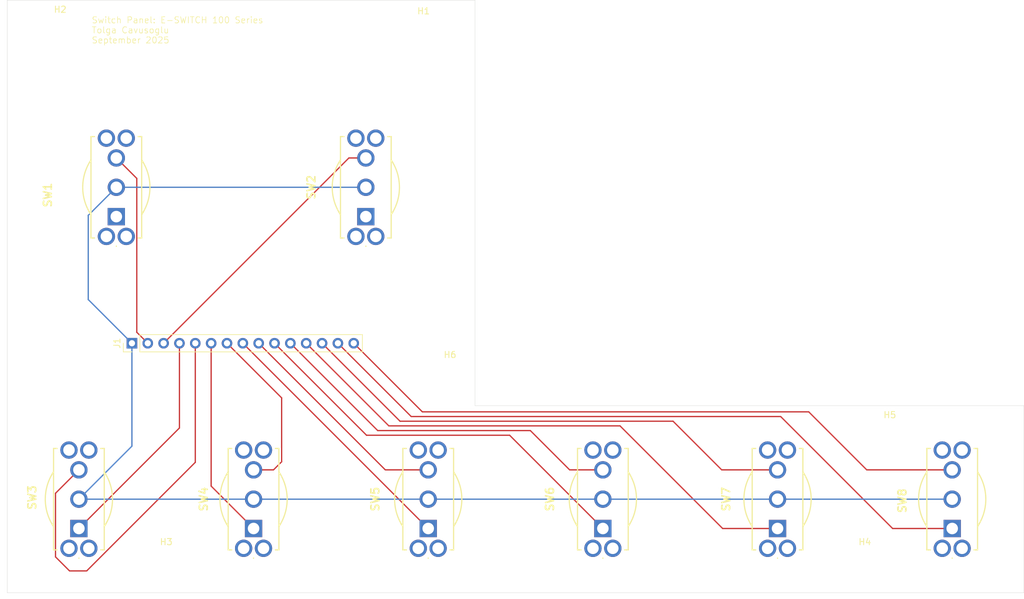
<source format=kicad_pcb>
(kicad_pcb (version 20241229) (generator "pcbnew") (generator_version "9.0")
  (layers (0 "F.Cu" signal) (2 "B.Cu" signal) (13 "F.Paste" user) (15 "B.Paste" user) (5 "F.SilkS" user "F.Silkscreen") (7 "B.SilkS" user "B.Silkscreen") (1 "F.Mask" user) (3 "B.Mask" user) (25 "Edge.Cuts" user))
  (net 0 "")
  (net 2 "Net-(J1-Pin_11)")
  (net 3 "Net-(J1-Pin_3)")
  (net 4 "Net-(J1-Pin_6)")
  (net 6 "+3.3V")
  (net 7 "Net-(J1-Pin_10)")
  (net 8 "Net-(J1-Pin_8)")
  (net 9 "Net-(J1-Pin_9)")
  (net 10 "Net-(J1-Pin_14)")
  (net 11 "Net-(J1-Pin_4)")
  (net 12 "Net-(J1-Pin_5)")
  (net 13 "Net-(J1-Pin_15)")
  (net 14 "Net-(J1-Pin_2)")
  (net 15 "Net-(J1-Pin_13)")
  (net 16 "Net-(J1-Pin_12)")
  (net 17 "Net-(J1-Pin_7)")
  (footprint "Control_Panel_Footprints:100SP4T8B13VS2REH" (layer "F.Cu") (at 117.5 134.7 90)
    (property "Reference" "SW5" (at 4.702167 -8.5 90) (layer "F.SilkS") (effects (font (size 1.27 1.27) (thickness 0.254))))
    (property "Value" "SW_SPDT" (hide yes))
    (fp_line (start 8.7 -4.3) (end 9.1 -4.065) (stroke (width 0.2)) (layer "F.SilkS"))
    (fp_line (start 0.7 -4.3) (end 0.7 -4.3) (stroke (width 0.2)) (layer "F.SilkS"))
    (fp_line (start 12.83 -4.065) (end 12.83 -3.5) (stroke (width 0.2)) (layer "F.SilkS"))
    (fp_line (start 0.3 -4.065) (end 0.7 -4.3) (stroke (width 0.2)) (layer "F.SilkS"))
    (fp_line (start -3.43 -4.065) (end 12.83 -4.065) (stroke (width 0.2)) (layer "F.SilkS"))
    (fp_line (start -3.43 -3.5) (end -3.43 -4.065) (stroke (width 0.2)) (layer "F.SilkS"))
    (fp_line (start -4.7 0) (end -4.7 0) (stroke (width 0.1)) (layer "F.SilkS"))
    (fp_line (start -4.8 0) (end -4.8 0) (stroke (width 0.1)) (layer "F.SilkS"))
    (fp_line (start -3.43 3.5) (end -3.43 4.065) (stroke (width 0.2)) (layer "F.SilkS"))
    (fp_line (start 12.83 4.065) (end 12.83 3.5) (stroke (width 0.2)) (layer "F.SilkS"))
    (fp_line (start 0.3 4.065) (end 0.7 4.3) (stroke (width 0.2)) (layer "F.SilkS"))
    (fp_line (start -3.43 4.065) (end 12.83 4.065) (stroke (width 0.2)) (layer "F.SilkS"))
    (fp_line (start 8.7 4.3) (end 9.1 4.065) (stroke (width 0.2)) (layer "F.SilkS"))
    (fp_line (start 0.7 4.3) (end 0.7 4.3) (stroke (width 0.2)) (layer "F.SilkS"))
    (fp_arc (start 0.7 -4.3) (mid 4.702167 -5.38806) (end 8.703737 -4.297803) (stroke (width 0.2)) (layer "F.SilkS"))
    (fp_arc (start -4.7 0) (mid -4.75 0.05) (end -4.8 0) (stroke (width 0.1)) (layer "F.SilkS"))
    (fp_arc (start -4.8 0) (mid -4.75 -0.05) (end -4.7 0) (stroke (width 0.1)) (layer "F.SilkS"))
    (fp_arc (start 8.703737 4.297803) (mid 4.702167 5.38806) (end 0.7 4.3) (stroke (width 0.2)) (layer "F.SilkS"))
    (pad "1" thru_hole rect (at 0 0 90) (size 2.775 2.775) (drill 1.85) (layers "*.Cu" "*.Mask") (net 8 "Net-(J1-Pin_8)"))
    (pad "2" thru_hole circle (at 4.7 0 90) (size 2.775 2.775) (drill 1.85) (layers "*.Cu" "*.Mask") (net 6 "+3.3V"))
    (pad "3" thru_hole circle (at 9.4 0 90) (size 2.775 2.775) (drill 1.85) (layers "*.Cu" "*.Mask") (net 9 "Net-(J1-Pin_9)"))
    (pad "4" thru_hole circle (at -3.175 -1.59 90) (size 2.775 2.775) (drill 1.85) (layers "*.Cu" "*.Mask"))
    (pad "5" thru_hole circle (at -3.175 1.59 90) (size 2.775 2.775) (drill 1.85) (layers "*.Cu" "*.Mask"))
    (pad "6" thru_hole circle (at 12.575 1.59 90) (size 2.775 2.775) (drill 1.85) (layers "*.Cu" "*.Mask"))
    (pad "7" thru_hole circle (at 12.575 -1.59 90) (size 2.775 2.775) (drill 1.85) (layers "*.Cu" "*.Mask"))
  )
  (footprint "Control_Panel_Footprints:100SP4T8B13VS2REH" (layer "F.Cu") (at 107.5 84.7 90)
    (property "Reference" "SW2" (at 4.7 -8.75 90) (layer "F.SilkS") (effects (font (size 1.27 1.27) (thickness 0.254))))
    (property "Value" "SW_SPDT" (hide yes))
    (fp_line (start 8.7 -4.3) (end 9.1 -4.065) (stroke (width 0.2)) (layer "F.SilkS"))
    (fp_line (start 0.7 -4.3) (end 0.7 -4.3) (stroke (width 0.2)) (layer "F.SilkS"))
    (fp_line (start 12.83 -4.065) (end 12.83 -3.5) (stroke (width 0.2)) (layer "F.SilkS"))
    (fp_line (start 0.3 -4.065) (end 0.7 -4.3) (stroke (width 0.2)) (layer "F.SilkS"))
    (fp_line (start -3.43 -4.065) (end 12.83 -4.065) (stroke (width 0.2)) (layer "F.SilkS"))
    (fp_line (start -3.43 -3.5) (end -3.43 -4.065) (stroke (width 0.2)) (layer "F.SilkS"))
    (fp_line (start -4.7 0) (end -4.7 0) (stroke (width 0.1)) (layer "F.SilkS"))
    (fp_line (start -4.8 0) (end -4.8 0) (stroke (width 0.1)) (layer "F.SilkS"))
    (fp_line (start -3.43 3.5) (end -3.43 4.065) (stroke (width 0.2)) (layer "F.SilkS"))
    (fp_line (start 12.83 4.065) (end 12.83 3.5) (stroke (width 0.2)) (layer "F.SilkS"))
    (fp_line (start 0.3 4.065) (end 0.7 4.3) (stroke (width 0.2)) (layer "F.SilkS"))
    (fp_line (start -3.43 4.065) (end 12.83 4.065) (stroke (width 0.2)) (layer "F.SilkS"))
    (fp_line (start 8.7 4.3) (end 9.1 4.065) (stroke (width 0.2)) (layer "F.SilkS"))
    (fp_line (start 0.7 4.3) (end 0.7 4.3) (stroke (width 0.2)) (layer "F.SilkS"))
    (fp_arc (start 0.7 -4.3) (mid 4.702167 -5.38806) (end 8.703737 -4.297803) (stroke (width 0.2)) (layer "F.SilkS"))
    (fp_arc (start -4.7 0) (mid -4.75 0.05) (end -4.8 0) (stroke (width 0.1)) (layer "F.SilkS"))
    (fp_arc (start -4.8 0) (mid -4.75 -0.05) (end -4.7 0) (stroke (width 0.1)) (layer "F.SilkS"))
    (fp_arc (start 8.703737 4.297803) (mid 4.702167 5.38806) (end 0.7 4.3) (stroke (width 0.2)) (layer "F.SilkS"))
    (pad "1" thru_hole rect (at 0 0 90) (size 2.775 2.775) (drill 1.85) (layers "*.Cu" "*.Mask"))
    (pad "2" thru_hole circle (at 4.7 0 90) (size 2.775 2.775) (drill 1.85) (layers "*.Cu" "*.Mask") (net 6 "+3.3V"))
    (pad "3" thru_hole circle (at 9.4 0 90) (size 2.775 2.775) (drill 1.85) (layers "*.Cu" "*.Mask") (net 3 "Net-(J1-Pin_3)"))
    (pad "4" thru_hole circle (at -3.175 -1.59 90) (size 2.775 2.775) (drill 1.85) (layers "*.Cu" "*.Mask"))
    (pad "5" thru_hole circle (at -3.175 1.59 90) (size 2.775 2.775) (drill 1.85) (layers "*.Cu" "*.Mask"))
    (pad "6" thru_hole circle (at 12.575 1.59 90) (size 2.775 2.775) (drill 1.85) (layers "*.Cu" "*.Mask"))
    (pad "7" thru_hole circle (at 12.575 -1.59 90) (size 2.775 2.775) (drill 1.85) (layers "*.Cu" "*.Mask"))
  )
  (footprint "Control_Panel_Footprints:100SP4T8B13VS2REH" (layer "F.Cu") (at 89.5 134.7 90)
    (property "Reference" "SW4" (at 4.702167 -8 90) (layer "F.SilkS") (effects (font (size 1.27 1.27) (thickness 0.254))))
    (property "Value" "SW_SPDT" (hide yes))
    (fp_line (start 8.7 -4.3) (end 9.1 -4.065) (stroke (width 0.2)) (layer "F.SilkS"))
    (fp_line (start 0.7 -4.3) (end 0.7 -4.3) (stroke (width 0.2)) (layer "F.SilkS"))
    (fp_line (start 12.83 -4.065) (end 12.83 -3.5) (stroke (width 0.2)) (layer "F.SilkS"))
    (fp_line (start 0.3 -4.065) (end 0.7 -4.3) (stroke (width 0.2)) (layer "F.SilkS"))
    (fp_line (start -3.43 -4.065) (end 12.83 -4.065) (stroke (width 0.2)) (layer "F.SilkS"))
    (fp_line (start -3.43 -3.5) (end -3.43 -4.065) (stroke (width 0.2)) (layer "F.SilkS"))
    (fp_line (start -4.7 0) (end -4.7 0) (stroke (width 0.1)) (layer "F.SilkS"))
    (fp_line (start -4.8 0) (end -4.8 0) (stroke (width 0.1)) (layer "F.SilkS"))
    (fp_line (start -3.43 3.5) (end -3.43 4.065) (stroke (width 0.2)) (layer "F.SilkS"))
    (fp_line (start 12.83 4.065) (end 12.83 3.5) (stroke (width 0.2)) (layer "F.SilkS"))
    (fp_line (start 0.3 4.065) (end 0.7 4.3) (stroke (width 0.2)) (layer "F.SilkS"))
    (fp_line (start -3.43 4.065) (end 12.83 4.065) (stroke (width 0.2)) (layer "F.SilkS"))
    (fp_line (start 8.7 4.3) (end 9.1 4.065) (stroke (width 0.2)) (layer "F.SilkS"))
    (fp_line (start 0.7 4.3) (end 0.7 4.3) (stroke (width 0.2)) (layer "F.SilkS"))
    (fp_arc (start 0.7 -4.3) (mid 4.702167 -5.38806) (end 8.703737 -4.297803) (stroke (width 0.2)) (layer "F.SilkS"))
    (fp_arc (start -4.7 0) (mid -4.75 0.05) (end -4.8 0) (stroke (width 0.1)) (layer "F.SilkS"))
    (fp_arc (start -4.8 0) (mid -4.75 -0.05) (end -4.7 0) (stroke (width 0.1)) (layer "F.SilkS"))
    (fp_arc (start 8.703737 4.297803) (mid 4.702167 5.38806) (end 0.7 4.3) (stroke (width 0.2)) (layer "F.SilkS"))
    (pad "1" thru_hole rect (at 0 0 90) (size 2.775 2.775) (drill 1.85) (layers "*.Cu" "*.Mask") (net 4 "Net-(J1-Pin_6)"))
    (pad "2" thru_hole circle (at 4.7 0 90) (size 2.775 2.775) (drill 1.85) (layers "*.Cu" "*.Mask") (net 6 "+3.3V"))
    (pad "3" thru_hole circle (at 9.4 0 90) (size 2.775 2.775) (drill 1.85) (layers "*.Cu" "*.Mask") (net 17 "Net-(J1-Pin_7)"))
    (pad "4" thru_hole circle (at -3.175 -1.59 90) (size 2.775 2.775) (drill 1.85) (layers "*.Cu" "*.Mask"))
    (pad "5" thru_hole circle (at -3.175 1.59 90) (size 2.775 2.775) (drill 1.85) (layers "*.Cu" "*.Mask"))
    (pad "6" thru_hole circle (at 12.575 1.59 90) (size 2.775 2.775) (drill 1.85) (layers "*.Cu" "*.Mask"))
    (pad "7" thru_hole circle (at 12.575 -1.59 90) (size 2.775 2.775) (drill 1.85) (layers "*.Cu" "*.Mask"))
  )
  (footprint "Control_Panel_Footprints:100SP4T8B13VS2REH" (layer "F.Cu") (at 173.5 134.7 90)
    (property "Reference" "SW7" (at 4.702167 -8.25 90) (layer "F.SilkS") (effects (font (size 1.27 1.27) (thickness 0.254))))
    (property "Value" "SW_SPDT" (hide yes))
    (fp_line (start 8.7 -4.3) (end 9.1 -4.065) (stroke (width 0.2)) (layer "F.SilkS"))
    (fp_line (start 0.7 -4.3) (end 0.7 -4.3) (stroke (width 0.2)) (layer "F.SilkS"))
    (fp_line (start 12.83 -4.065) (end 12.83 -3.5) (stroke (width 0.2)) (layer "F.SilkS"))
    (fp_line (start 0.3 -4.065) (end 0.7 -4.3) (stroke (width 0.2)) (layer "F.SilkS"))
    (fp_line (start -3.43 -4.065) (end 12.83 -4.065) (stroke (width 0.2)) (layer "F.SilkS"))
    (fp_line (start -3.43 -3.5) (end -3.43 -4.065) (stroke (width 0.2)) (layer "F.SilkS"))
    (fp_line (start -4.7 0) (end -4.7 0) (stroke (width 0.1)) (layer "F.SilkS"))
    (fp_line (start -4.8 0) (end -4.8 0) (stroke (width 0.1)) (layer "F.SilkS"))
    (fp_line (start -3.43 3.5) (end -3.43 4.065) (stroke (width 0.2)) (layer "F.SilkS"))
    (fp_line (start 12.83 4.065) (end 12.83 3.5) (stroke (width 0.2)) (layer "F.SilkS"))
    (fp_line (start 0.3 4.065) (end 0.7 4.3) (stroke (width 0.2)) (layer "F.SilkS"))
    (fp_line (start -3.43 4.065) (end 12.83 4.065) (stroke (width 0.2)) (layer "F.SilkS"))
    (fp_line (start 8.7 4.3) (end 9.1 4.065) (stroke (width 0.2)) (layer "F.SilkS"))
    (fp_line (start 0.7 4.3) (end 0.7 4.3) (stroke (width 0.2)) (layer "F.SilkS"))
    (fp_arc (start 0.7 -4.3) (mid 4.702167 -5.38806) (end 8.703737 -4.297803) (stroke (width 0.2)) (layer "F.SilkS"))
    (fp_arc (start -4.7 0) (mid -4.75 0.05) (end -4.8 0) (stroke (width 0.1)) (layer "F.SilkS"))
    (fp_arc (start -4.8 0) (mid -4.75 -0.05) (end -4.7 0) (stroke (width 0.1)) (layer "F.SilkS"))
    (fp_arc (start 8.703737 4.297803) (mid 4.702167 5.38806) (end 0.7 4.3) (stroke (width 0.2)) (layer "F.SilkS"))
    (pad "1" thru_hole rect (at 0 0 90) (size 2.775 2.775) (drill 1.85) (layers "*.Cu" "*.Mask") (net 16 "Net-(J1-Pin_12)"))
    (pad "2" thru_hole circle (at 4.7 0 90) (size 2.775 2.775) (drill 1.85) (layers "*.Cu" "*.Mask") (net 6 "+3.3V"))
    (pad "3" thru_hole circle (at 9.4 0 90) (size 2.775 2.775) (drill 1.85) (layers "*.Cu" "*.Mask") (net 15 "Net-(J1-Pin_13)"))
    (pad "4" thru_hole circle (at -3.175 -1.59 90) (size 2.775 2.775) (drill 1.85) (layers "*.Cu" "*.Mask"))
    (pad "5" thru_hole circle (at -3.175 1.59 90) (size 2.775 2.775) (drill 1.85) (layers "*.Cu" "*.Mask"))
    (pad "6" thru_hole circle (at 12.575 1.59 90) (size 2.775 2.775) (drill 1.85) (layers "*.Cu" "*.Mask"))
    (pad "7" thru_hole circle (at 12.575 -1.59 90) (size 2.775 2.775) (drill 1.85) (layers "*.Cu" "*.Mask"))
  )
  (footprint "Connector_PinHeader_2.54mm:PinHeader_1x15_P2.54mm_Vertical" (layer "F.Cu") (at 70 105 90)
    (property "Reference" "J1" (at 0 -2.38 90) (layer "F.SilkS"))
    (property "Value" "Conn_01x15")
    (fp_line (start -1.38 -1.38) (end 0 -1.38) (stroke (width 0.12)) (layer "F.SilkS"))
    (fp_line (start -1.38 0) (end -1.38 -1.38) (stroke (width 0.12)) (layer "F.SilkS"))
    (fp_line (start 1.38 1.27) (end 1.38 36.94) (stroke (width 0.12)) (layer "F.SilkS"))
    (fp_line (start -1.38 1.27) (end 1.38 1.27) (stroke (width 0.12)) (layer "F.SilkS"))
    (fp_line (start -1.38 1.27) (end -1.38 36.94) (stroke (width 0.12)) (layer "F.SilkS"))
    (fp_line (start -1.38 36.94) (end 1.38 36.94) (stroke (width 0.12)) (layer "F.SilkS"))
    (pad "1" thru_hole rect (at 0 0 90) (size 1.7 1.7) (drill 1) (layers "*.Cu" "*.Mask") (net 6 "+3.3V"))
    (pad "2" thru_hole circle (at 0 2.54 90) (size 1.7 1.7) (drill 1) (layers "*.Cu" "*.Mask") (net 14 "Net-(J1-Pin_2)"))
    (pad "3" thru_hole circle (at 0 5.08 90) (size 1.7 1.7) (drill 1) (layers "*.Cu" "*.Mask") (net 3 "Net-(J1-Pin_3)"))
    (pad "4" thru_hole circle (at 0 7.62 90) (size 1.7 1.7) (drill 1) (layers "*.Cu" "*.Mask") (net 11 "Net-(J1-Pin_4)"))
    (pad "5" thru_hole circle (at 0 10.16 90) (size 1.7 1.7) (drill 1) (layers "*.Cu" "*.Mask") (net 12 "Net-(J1-Pin_5)"))
    (pad "6" thru_hole circle (at 0 12.7 90) (size 1.7 1.7) (drill 1) (layers "*.Cu" "*.Mask") (net 4 "Net-(J1-Pin_6)"))
    (pad "7" thru_hole circle (at 0 15.24 90) (size 1.7 1.7) (drill 1) (layers "*.Cu" "*.Mask") (net 17 "Net-(J1-Pin_7)"))
    (pad "8" thru_hole circle (at 0 17.78 90) (size 1.7 1.7) (drill 1) (layers "*.Cu" "*.Mask") (net 8 "Net-(J1-Pin_8)"))
    (pad "9" thru_hole circle (at 0 20.32 90) (size 1.7 1.7) (drill 1) (layers "*.Cu" "*.Mask") (net 9 "Net-(J1-Pin_9)"))
    (pad "10" thru_hole circle (at 0 22.86 90) (size 1.7 1.7) (drill 1) (layers "*.Cu" "*.Mask") (net 7 "Net-(J1-Pin_10)"))
    (pad "11" thru_hole circle (at 0 25.4 90) (size 1.7 1.7) (drill 1) (layers "*.Cu" "*.Mask") (net 2 "Net-(J1-Pin_11)"))
    (pad "12" thru_hole circle (at 0 27.94 90) (size 1.7 1.7) (drill 1) (layers "*.Cu" "*.Mask") (net 16 "Net-(J1-Pin_12)"))
    (pad "13" thru_hole circle (at 0 30.48 90) (size 1.7 1.7) (drill 1) (layers "*.Cu" "*.Mask") (net 15 "Net-(J1-Pin_13)"))
    (pad "14" thru_hole circle (at 0 33.02 90) (size 1.7 1.7) (drill 1) (layers "*.Cu" "*.Mask") (net 10 "Net-(J1-Pin_14)"))
    (pad "15" thru_hole circle (at 0 35.56 90) (size 1.7 1.7) (drill 1) (layers "*.Cu" "*.Mask") (net 13 "Net-(J1-Pin_15)"))
  )
  (footprint "Control_Panel_Footprints:100SP4T8B13VS2REH" (layer "F.Cu") (at 145.5 134.7 90)
    (property "Reference" "SW6" (at 4.702167 -8.5 90) (layer "F.SilkS") (effects (font (size 1.27 1.27) (thickness 0.254))))
    (property "Value" "SW_SPDT" (hide yes))
    (fp_line (start 8.7 -4.3) (end 9.1 -4.065) (stroke (width 0.2)) (layer "F.SilkS"))
    (fp_line (start 0.7 -4.3) (end 0.7 -4.3) (stroke (width 0.2)) (layer "F.SilkS"))
    (fp_line (start 12.83 -4.065) (end 12.83 -3.5) (stroke (width 0.2)) (layer "F.SilkS"))
    (fp_line (start 0.3 -4.065) (end 0.7 -4.3) (stroke (width 0.2)) (layer "F.SilkS"))
    (fp_line (start -3.43 -4.065) (end 12.83 -4.065) (stroke (width 0.2)) (layer "F.SilkS"))
    (fp_line (start -3.43 -3.5) (end -3.43 -4.065) (stroke (width 0.2)) (layer "F.SilkS"))
    (fp_line (start -4.7 0) (end -4.7 0) (stroke (width 0.1)) (layer "F.SilkS"))
    (fp_line (start -4.8 0) (end -4.8 0) (stroke (width 0.1)) (layer "F.SilkS"))
    (fp_line (start -3.43 3.5) (end -3.43 4.065) (stroke (width 0.2)) (layer "F.SilkS"))
    (fp_line (start 12.83 4.065) (end 12.83 3.5) (stroke (width 0.2)) (layer "F.SilkS"))
    (fp_line (start 0.3 4.065) (end 0.7 4.3) (stroke (width 0.2)) (layer "F.SilkS"))
    (fp_line (start -3.43 4.065) (end 12.83 4.065) (stroke (width 0.2)) (layer "F.SilkS"))
    (fp_line (start 8.7 4.3) (end 9.1 4.065) (stroke (width 0.2)) (layer "F.SilkS"))
    (fp_line (start 0.7 4.3) (end 0.7 4.3) (stroke (width 0.2)) (layer "F.SilkS"))
    (fp_arc (start 0.7 -4.3) (mid 4.702167 -5.38806) (end 8.703737 -4.297803) (stroke (width 0.2)) (layer "F.SilkS"))
    (fp_arc (start -4.7 0) (mid -4.75 0.05) (end -4.8 0) (stroke (width 0.1)) (layer "F.SilkS"))
    (fp_arc (start -4.8 0) (mid -4.75 -0.05) (end -4.7 0) (stroke (width 0.1)) (layer "F.SilkS"))
    (fp_arc (start 8.703737 4.297803) (mid 4.702167 5.38806) (end 0.7 4.3) (stroke (width 0.2)) (layer "F.SilkS"))
    (pad "1" thru_hole rect (at 0 0 90) (size 2.775 2.775) (drill 1.85) (layers "*.Cu" "*.Mask") (net 7 "Net-(J1-Pin_10)"))
    (pad "2" thru_hole circle (at 4.7 0 90) (size 2.775 2.775) (drill 1.85) (layers "*.Cu" "*.Mask") (net 6 "+3.3V"))
    (pad "3" thru_hole circle (at 9.4 0 90) (size 2.775 2.775) (drill 1.85) (layers "*.Cu" "*.Mask") (net 2 "Net-(J1-Pin_11)"))
    (pad "4" thru_hole circle (at -3.175 -1.59 90) (size 2.775 2.775) (drill 1.85) (layers "*.Cu" "*.Mask"))
    (pad "5" thru_hole circle (at -3.175 1.59 90) (size 2.775 2.775) (drill 1.85) (layers "*.Cu" "*.Mask"))
    (pad "6" thru_hole circle (at 12.575 1.59 90) (size 2.775 2.775) (drill 1.85) (layers "*.Cu" "*.Mask"))
    (pad "7" thru_hole circle (at 12.575 -1.59 90) (size 2.775 2.775) (drill 1.85) (layers "*.Cu" "*.Mask"))
  )
  (footprint "MountingHole:MountingHole_3.2mm_M3" (layer "F.Cu") (at 187.5 141)
    (property "Reference" "H4" (at 0 -4.15 0) (layer "F.SilkS"))
    (property "Value" "MountingHole")
    (pad "" np_thru_hole circle (at 0 0) (size 3.2 3.2) (drill 3.2) (layers "*.Cu" "*.Mask"))
  )
  (footprint "MountingHole:MountingHole_3.2mm_M3" (layer "F.Cu") (at 75.5 141)
    (property "Reference" "H3" (at 0 -4.15 0) (layer "F.SilkS"))
    (property "Value" "MountingHole")
    (pad "" np_thru_hole circle (at 0 0) (size 3.2 3.2) (drill 3.2) (layers "*.Cu" "*.Mask"))
  )
  (footprint "MountingHole:MountingHole_3.2mm_M3" (layer "F.Cu") (at 121 111)
    (property "Reference" "H6" (at 0 -4.15 0) (layer "F.SilkS"))
    (property "Value" "MountingHole")
    (pad "" np_thru_hole circle (at 0 0) (size 3.2 3.2) (drill 3.2) (layers "*.Cu" "*.Mask"))
  )
  (footprint "Control_Panel_Footprints:100SP4T8B13VS2REH" (layer "F.Cu") (at 201.5 134.7 90)
    (property "Reference" "SW8" (at 4.45 -8 90) (layer "F.SilkS") (effects (font (size 1.27 1.27) (thickness 0.254))))
    (property "Value" "SW_SPDT" (hide yes))
    (fp_line (start 8.7 -4.3) (end 9.1 -4.065) (stroke (width 0.2)) (layer "F.SilkS"))
    (fp_line (start 0.7 -4.3) (end 0.7 -4.3) (stroke (width 0.2)) (layer "F.SilkS"))
    (fp_line (start 12.83 -4.065) (end 12.83 -3.5) (stroke (width 0.2)) (layer "F.SilkS"))
    (fp_line (start 0.3 -4.065) (end 0.7 -4.3) (stroke (width 0.2)) (layer "F.SilkS"))
    (fp_line (start -3.43 -4.065) (end 12.83 -4.065) (stroke (width 0.2)) (layer "F.SilkS"))
    (fp_line (start -3.43 -3.5) (end -3.43 -4.065) (stroke (width 0.2)) (layer "F.SilkS"))
    (fp_line (start -4.7 0) (end -4.7 0) (stroke (width 0.1)) (layer "F.SilkS"))
    (fp_line (start -4.8 0) (end -4.8 0) (stroke (width 0.1)) (layer "F.SilkS"))
    (fp_line (start -3.43 3.5) (end -3.43 4.065) (stroke (width 0.2)) (layer "F.SilkS"))
    (fp_line (start 12.83 4.065) (end 12.83 3.5) (stroke (width 0.2)) (layer "F.SilkS"))
    (fp_line (start 0.3 4.065) (end 0.7 4.3) (stroke (width 0.2)) (layer "F.SilkS"))
    (fp_line (start -3.43 4.065) (end 12.83 4.065) (stroke (width 0.2)) (layer "F.SilkS"))
    (fp_line (start 8.7 4.3) (end 9.1 4.065) (stroke (width 0.2)) (layer "F.SilkS"))
    (fp_line (start 0.7 4.3) (end 0.7 4.3) (stroke (width 0.2)) (layer "F.SilkS"))
    (fp_arc (start 0.7 -4.3) (mid 4.702167 -5.38806) (end 8.703737 -4.297803) (stroke (width 0.2)) (layer "F.SilkS"))
    (fp_arc (start -4.7 0) (mid -4.75 0.05) (end -4.8 0) (stroke (width 0.1)) (layer "F.SilkS"))
    (fp_arc (start -4.8 0) (mid -4.75 -0.05) (end -4.7 0) (stroke (width 0.1)) (layer "F.SilkS"))
    (fp_arc (start 8.703737 4.297803) (mid 4.702167 5.38806) (end 0.7 4.3) (stroke (width 0.2)) (layer "F.SilkS"))
    (pad "1" thru_hole rect (at 0 0 90) (size 2.775 2.775) (drill 1.85) (layers "*.Cu" "*.Mask") (net 10 "Net-(J1-Pin_14)"))
    (pad "2" thru_hole circle (at 4.7 0 90) (size 2.775 2.775) (drill 1.85) (layers "*.Cu" "*.Mask") (net 6 "+3.3V"))
    (pad "3" thru_hole circle (at 9.4 0 90) (size 2.775 2.775) (drill 1.85) (layers "*.Cu" "*.Mask") (net 13 "Net-(J1-Pin_15)"))
    (pad "4" thru_hole circle (at -3.175 -1.59 90) (size 2.775 2.775) (drill 1.85) (layers "*.Cu" "*.Mask"))
    (pad "5" thru_hole circle (at -3.175 1.59 90) (size 2.775 2.775) (drill 1.85) (layers "*.Cu" "*.Mask"))
    (pad "6" thru_hole circle (at 12.575 1.59 90) (size 2.775 2.775) (drill 1.85) (layers "*.Cu" "*.Mask"))
    (pad "7" thru_hole circle (at 12.575 -1.59 90) (size 2.775 2.775) (drill 1.85) (layers "*.Cu" "*.Mask"))
  )
  (footprint "MountingHole:MountingHole_3.2mm_M3" (layer "F.Cu") (at 54 54)
    (property "Reference" "H2" (at 4.5 -2.5 0) (layer "F.SilkS"))
    (property "Value" "MountingHole")
    (pad "" np_thru_hole circle (at 0 0) (size 3.2 3.2) (drill 3.2) (layers "*.Cu" "*.Mask"))
  )
  (footprint "Control_Panel_Footprints:100SP4T8B13VS2REH" (layer "F.Cu") (at 61.5 134.7 90)
    (property "Reference" "SW3" (at 4.95 -7.5 90) (layer "F.SilkS") (effects (font (size 1.27 1.27) (thickness 0.254))))
    (property "Value" "SW_SPDT" (hide yes))
    (fp_line (start 8.7 -4.3) (end 9.1 -4.065) (stroke (width 0.2)) (layer "F.SilkS"))
    (fp_line (start 0.7 -4.3) (end 0.7 -4.3) (stroke (width 0.2)) (layer "F.SilkS"))
    (fp_line (start 12.83 -4.065) (end 12.83 -3.5) (stroke (width 0.2)) (layer "F.SilkS"))
    (fp_line (start 0.3 -4.065) (end 0.7 -4.3) (stroke (width 0.2)) (layer "F.SilkS"))
    (fp_line (start -3.43 -4.065) (end 12.83 -4.065) (stroke (width 0.2)) (layer "F.SilkS"))
    (fp_line (start -3.43 -3.5) (end -3.43 -4.065) (stroke (width 0.2)) (layer "F.SilkS"))
    (fp_line (start -4.7 0) (end -4.7 0) (stroke (width 0.1)) (layer "F.SilkS"))
    (fp_line (start -4.8 0) (end -4.8 0) (stroke (width 0.1)) (layer "F.SilkS"))
    (fp_line (start -3.43 3.5) (end -3.43 4.065) (stroke (width 0.2)) (layer "F.SilkS"))
    (fp_line (start 12.83 4.065) (end 12.83 3.5) (stroke (width 0.2)) (layer "F.SilkS"))
    (fp_line (start 0.3 4.065) (end 0.7 4.3) (stroke (width 0.2)) (layer "F.SilkS"))
    (fp_line (start -3.43 4.065) (end 12.83 4.065) (stroke (width 0.2)) (layer "F.SilkS"))
    (fp_line (start 8.7 4.3) (end 9.1 4.065) (stroke (width 0.2)) (layer "F.SilkS"))
    (fp_line (start 0.7 4.3) (end 0.7 4.3) (stroke (width 0.2)) (layer "F.SilkS"))
    (fp_arc (start 0.7 -4.3) (mid 4.702167 -5.38806) (end 8.703737 -4.297803) (stroke (width 0.2)) (layer "F.SilkS"))
    (fp_arc (start -4.7 0) (mid -4.75 0.05) (end -4.8 0) (stroke (width 0.1)) (layer "F.SilkS"))
    (fp_arc (start -4.8 0) (mid -4.75 -0.05) (end -4.7 0) (stroke (width 0.1)) (layer "F.SilkS"))
    (fp_arc (start 8.703737 4.297803) (mid 4.702167 5.38806) (end 0.7 4.3) (stroke (width 0.2)) (layer "F.SilkS"))
    (pad "1" thru_hole rect (at 0 0 90) (size 2.775 2.775) (drill 1.85) (layers "*.Cu" "*.Mask") (net 11 "Net-(J1-Pin_4)"))
    (pad "2" thru_hole circle (at 4.7 0 90) (size 2.775 2.775) (drill 1.85) (layers "*.Cu" "*.Mask") (net 6 "+3.3V"))
    (pad "3" thru_hole circle (at 9.4 0 90) (size 2.775 2.775) (drill 1.85) (layers "*.Cu" "*.Mask") (net 12 "Net-(J1-Pin_5)"))
    (pad "4" thru_hole circle (at -3.175 -1.59 90) (size 2.775 2.775) (drill 1.85) (layers "*.Cu" "*.Mask"))
    (pad "5" thru_hole circle (at -3.175 1.59 90) (size 2.775 2.775) (drill 1.85) (layers "*.Cu" "*.Mask"))
    (pad "6" thru_hole circle (at 12.575 1.59 90) (size 2.775 2.775) (drill 1.85) (layers "*.Cu" "*.Mask"))
    (pad "7" thru_hole circle (at 12.575 -1.59 90) (size 2.775 2.775) (drill 1.85) (layers "*.Cu" "*.Mask"))
  )
  (footprint "Control_Panel_Footprints:100SP4T8B13VS2REH" (layer "F.Cu") (at 67.5 84.7 90)
    (property "Reference" "SW1" (at 3.45 -11 90) (layer "F.SilkS") (effects (font (size 1.27 1.27) (thickness 0.254))))
    (property "Value" "SW_SPDT" (hide yes))
    (fp_line (start 8.7 -4.3) (end 9.1 -4.065) (stroke (width 0.2)) (layer "F.SilkS"))
    (fp_line (start 0.7 -4.3) (end 0.7 -4.3) (stroke (width 0.2)) (layer "F.SilkS"))
    (fp_line (start 12.83 -4.065) (end 12.83 -3.5) (stroke (width 0.2)) (layer "F.SilkS"))
    (fp_line (start 0.3 -4.065) (end 0.7 -4.3) (stroke (width 0.2)) (layer "F.SilkS"))
    (fp_line (start -3.43 -4.065) (end 12.83 -4.065) (stroke (width 0.2)) (layer "F.SilkS"))
    (fp_line (start -3.43 -3.5) (end -3.43 -4.065) (stroke (width 0.2)) (layer "F.SilkS"))
    (fp_line (start -4.7 0) (end -4.7 0) (stroke (width 0.1)) (layer "F.SilkS"))
    (fp_line (start -4.8 0) (end -4.8 0) (stroke (width 0.1)) (layer "F.SilkS"))
    (fp_line (start -3.43 3.5) (end -3.43 4.065) (stroke (width 0.2)) (layer "F.SilkS"))
    (fp_line (start 12.83 4.065) (end 12.83 3.5) (stroke (width 0.2)) (layer "F.SilkS"))
    (fp_line (start 0.3 4.065) (end 0.7 4.3) (stroke (width 0.2)) (layer "F.SilkS"))
    (fp_line (start -3.43 4.065) (end 12.83 4.065) (stroke (width 0.2)) (layer "F.SilkS"))
    (fp_line (start 8.7 4.3) (end 9.1 4.065) (stroke (width 0.2)) (layer "F.SilkS"))
    (fp_line (start 0.7 4.3) (end 0.7 4.3) (stroke (width 0.2)) (layer "F.SilkS"))
    (fp_arc (start 0.7 -4.3) (mid 4.702167 -5.38806) (end 8.703737 -4.297803) (stroke (width 0.2)) (layer "F.SilkS"))
    (fp_arc (start -4.7 0) (mid -4.75 0.05) (end -4.8 0) (stroke (width 0.1)) (layer "F.SilkS"))
    (fp_arc (start -4.8 0) (mid -4.75 -0.05) (end -4.7 0) (stroke (width 0.1)) (layer "F.SilkS"))
    (fp_arc (start 8.703737 4.297803) (mid 4.702167 5.38806) (end 0.7 4.3) (stroke (width 0.2)) (layer "F.SilkS"))
    (pad "1" thru_hole rect (at 0 0 90) (size 2.775 2.775) (drill 1.85) (layers "*.Cu" "*.Mask"))
    (pad "2" thru_hole circle (at 4.7 0 90) (size 2.775 2.775) (drill 1.85) (layers "*.Cu" "*.Mask") (net 6 "+3.3V"))
    (pad "3" thru_hole circle (at 9.4 0 90) (size 2.775 2.775) (drill 1.85) (layers "*.Cu" "*.Mask") (net 14 "Net-(J1-Pin_2)"))
    (pad "4" thru_hole circle (at -3.175 -1.59 90) (size 2.775 2.775) (drill 1.85) (layers "*.Cu" "*.Mask"))
    (pad "5" thru_hole circle (at -3.175 1.59 90) (size 2.775 2.775) (drill 1.85) (layers "*.Cu" "*.Mask"))
    (pad "6" thru_hole circle (at 12.575 1.59 90) (size 2.775 2.775) (drill 1.85) (layers "*.Cu" "*.Mask"))
    (pad "7" thru_hole circle (at 12.575 -1.59 90) (size 2.775 2.775) (drill 1.85) (layers "*.Cu" "*.Mask"))
  )
  (footprint "MountingHole:MountingHole_3.2mm_M3" (layer "F.Cu") (at 187.5 119)
    (property "Reference" "H5" (at 4 -2.5 0) (layer "F.SilkS"))
    (property "Value" "MountingHole")
    (pad "" np_thru_hole circle (at 0 0) (size 3.2 3.2) (drill 3.2) (layers "*.Cu" "*.Mask"))
  )
  (footprint "MountingHole:MountingHole_3.2mm_M3" (layer "F.Cu") (at 121 54)
    (property "Reference" "H1" (at -4.25 -2.25 0) (layer "F.SilkS"))
    (property "Value" "MountingHole")
    (pad "" np_thru_hole circle (at 0 0) (size 3.2 3.2) (drill 3.2) (layers "*.Cu" "*.Mask"))
  )
  (gr_line (start 213 115) (end 213 145) (stroke (width 0.05)) (layer "Edge.Cuts"))
  (gr_line (start 125 50) (end 125 115) (stroke (width 0.05)) (layer "Edge.Cuts"))
  (gr_line (start 50 145) (end 213 145) (stroke (width 0.05)) (layer "Edge.Cuts"))
  (gr_line (start 50 50) (end 125 50) (stroke (width 0.05)) (layer "Edge.Cuts"))
  (gr_line (start 125 115) (end 213 115) (stroke (width 0.05)) (layer "Edge.Cuts"))
  (gr_line (start 50 50) (end 50 145) (stroke (width 0.05)) (layer "Edge.Cuts"))
  (gr_text "Switch Panel: E-SWITCH 100 Series\nTolga Cavusoglu\nSeptember 2025" (at 63.5 57 0) (layer "F.SilkS") (effects (font (size 1 1) (thickness 0.1)) (justify left bottom)))
  (segment (start 145.5 125.3) (end 140.169895 125.3) (width 0.2) (layer "F.Cu") (net 2))
  (segment (start 109.4 119) (end 95.4 105) (width 0.2) (layer "F.Cu") (net 2))
  (segment (start 133.869895 119) (end 109.4 119) (width 0.2) (layer "F.Cu") (net 2))
  (segment (start 140.169895 125.3) (end 133.869895 119) (width 0.2) (layer "F.Cu") (net 2))
  (segment (start 107.5 75.3) (end 104.78 75.3) (width 0.2) (layer "F.Cu") (net 3))
  (segment (start 104.78 75.3) (end 75.08 105) (width 0.2) (layer "F.Cu") (net 3))
  (segment (start 82.7 127.9) (end 82.7 105) (width 0.2) (layer "F.Cu") (net 4))
  (segment (start 89.5 134.7) (end 82.7 127.9) (width 0.2) (layer "F.Cu") (net 4))
  (segment (start 145.5 130) (end 117.5 130) (width 0.2) (layer "B.Cu") (net 6))
  (segment (start 201.5 130) (end 173.5 130) (width 0.2) (layer "B.Cu") (net 6))
  (segment (start 70 105) (end 70 121.5) (width 0.2) (layer "B.Cu") (net 6))
  (segment (start 107.5 80) (end 67.5 80) (width 0.2) (layer "B.Cu") (net 6))
  (segment (start 61.5 130) (end 89.5 130) (width 0.2) (layer "B.Cu") (net 6))
  (segment (start 63 84.5) (end 63 98) (width 0.2) (layer "B.Cu") (net 6))
  (segment (start 63 98) (end 70 105) (width 0.2) (layer "B.Cu") (net 6))
  (segment (start 89.5 130) (end 117.5 130) (width 0.2) (layer "B.Cu") (net 6))
  (segment (start 173.5 130) (end 145.5 130) (width 0.2) (layer "B.Cu") (net 6))
  (segment (start 70 121.5) (end 61.5 130) (width 0.2) (layer "B.Cu") (net 6))
  (segment (start 67.5 80) (end 63 84.5) (width 0.2) (layer "B.Cu") (net 6))
  (segment (start 107.61 119.75) (end 92.86 105) (width 0.2) (layer "F.Cu") (net 7))
  (segment (start 145.5 134.7) (end 130.55 119.75) (width 0.2) (layer "F.Cu") (net 7))
  (segment (start 130.55 119.75) (end 107.61 119.75) (width 0.2) (layer "F.Cu") (net 7))
  (segment (start 117.5 134.7) (end 117.48 134.7) (width 0.2) (layer "F.Cu") (net 8))
  (segment (start 117.48 134.7) (end 87.78 105) (width 0.2) (layer "F.Cu") (net 8))
  (segment (start 117.5 125.3) (end 110.62 125.3) (width 0.2) (layer "F.Cu") (net 9))
  (segment (start 110.62 125.3) (end 90.32 105) (width 0.2) (layer "F.Cu") (net 9))
  (segment (start 201.5 134.7) (end 191.95 134.7) (width 0.2) (layer "F.Cu") (net 10))
  (segment (start 114.77 116.75) (end 103.02 105) (width 0.2) (layer "F.Cu") (net 10))
  (segment (start 191.95 134.7) (end 174 116.75) (width 0.2) (layer "F.Cu") (net 10))
  (segment (start 174 116.75) (end 114.77 116.75) (width 0.2) (layer "F.Cu") (net 10))
  (segment (start 77.62 118.58) (end 77.62 105) (width 0.2) (layer "F.Cu") (net 11))
  (segment (start 61.5 134.7) (end 77.62 118.58) (width 0.2) (layer "F.Cu") (net 11))
  (segment (start 62.75 141.5) (end 80.16 124.09) (width 0.2) (layer "F.Cu") (net 12))
  (segment (start 57.75 139.25) (end 60 141.5) (width 0.2) (layer "F.Cu") (net 12))
  (segment (start 61.5 125.3) (end 57.75 129.05) (width 0.2) (layer "F.Cu") (net 12))
  (segment (start 60 141.5) (end 62.75 141.5) (width 0.2) (layer "F.Cu") (net 12))
  (segment (start 80.16 124.09) (end 80.16 105) (width 0.2) (layer "F.Cu") (net 12))
  (segment (start 57.75 129.05) (end 57.75 139.25) (width 0.2) (layer "F.Cu") (net 12))
  (segment (start 187.8 125.3) (end 178.5 116) (width 0.2) (layer "F.Cu") (net 13))
  (segment (start 201.5 125.3) (end 187.8 125.3) (width 0.2) (layer "F.Cu") (net 13))
  (segment (start 116.56 116) (end 105.56 105) (width 0.2) (layer "F.Cu") (net 13))
  (segment (start 178.5 116) (end 116.56 116) (width 0.2) (layer "F.Cu") (net 13))
  (segment (start 70.7785 103.2385) (end 72.54 105) (width 0.2) (layer "F.Cu") (net 14))
  (segment (start 67.5 75.3) (end 70.7785 78.5785) (width 0.2) (layer "F.Cu") (net 14))
  (segment (start 70.7785 78.5785) (end 70.7785 103.2385) (width 0.2) (layer "F.Cu") (net 14))
  (segment (start 164.55 125.3) (end 156.75 117.5) (width 0.2) (layer "F.Cu") (net 15))
  (segment (start 173.5 125.3) (end 164.55 125.3) (width 0.2) (layer "F.Cu") (net 15))
  (segment (start 156.75 117.5) (end 112.98 117.5) (width 0.2) (layer "F.Cu") (net 15))
  (segment (start 112.98 117.5) (end 100.48 105) (width 0.2) (layer "F.Cu") (net 15))
  (segment (start 164.7 134.7) (end 148.25 118.25) (width 0.2) (layer "F.Cu") (net 16))
  (segment (start 173.5 134.7) (end 164.7 134.7) (width 0.2) (layer "F.Cu") (net 16))
  (segment (start 148.25 118.25) (end 111.19 118.25) (width 0.2) (layer "F.Cu") (net 16))
  (segment (start 111.19 118.25) (end 97.94 105) (width 0.2) (layer "F.Cu") (net 16))
  (segment (start 94 124) (end 94 113.76) (width 0.2) (layer "F.Cu") (net 17))
  (segment (start 94 113.76) (end 85.24 105) (width 0.2) (layer "F.Cu") (net 17))
  (segment (start 92.7 125.3) (end 94 124) (width 0.2) (layer "F.Cu") (net 17))
  (segment (start 89.5 125.3) (end 92.7 125.3) (width 0.2) (layer "F.Cu") (net 17))
)
</source>
